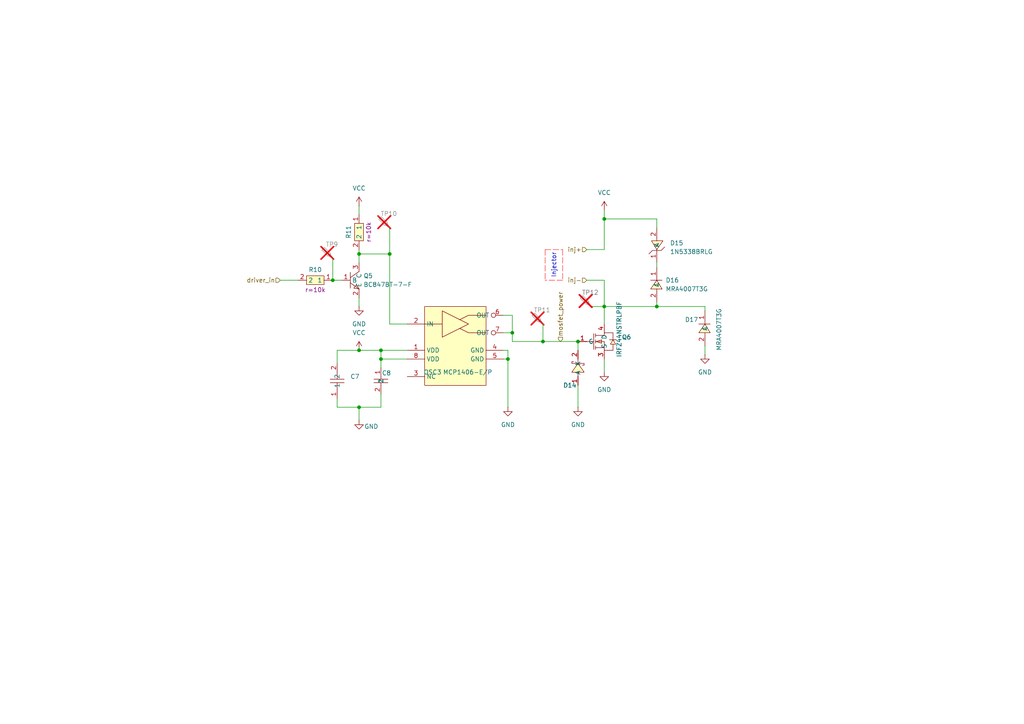
<source format=kicad_sch>
(kicad_sch (version 20250114) (generator "eeschema") (generator_version "9.0")
  (paper "A4")
  (lib_symbols
    (symbol "Connector:TestPoint_Probe" (pin_numbers (hide yes)) (pin_names (offset 0.762) (hide yes))
      (property "Reference" "TP" (at 1.651 5.842 0))
      (property "Value" "TestPoint_Probe" (at 1.651 4.064 0))
      (symbol "TestPoint_Probe_0_1"
        (polyline (pts (xy 1.27 0.762) (xy 0 0) (xy 0.762 1.27) (xy 1.27 0.762)) (fill (type outline)))
        (polyline (pts (xy 1.397 0.635) (xy 0.635 1.397) (xy 2.413 3.175) (xy 3.175 2.413) (xy 1.397 0.635)) (fill (type background)))
      )
      (symbol "TestPoint_Probe_1_1"
        (pin passive line (at 0 0 90) (length 0) (name "1") (number "1"))
      )
    )
    (symbol "EasyEDA:1N5338BRLG"
      (property "Reference" "D" (at 0 5.08 0))
      (property "Value" "1N5338BRLG" (at 0 -5.08 0))
      (symbol "1N5338BRLG_0_1"
        (polyline (pts (xy -2.54 2.29) (xy -1.52 1.27) (xy -1.52 -1.27) (xy -0.51 -2.29)))
        (polyline (pts (xy 1.27 1.52) (xy -1.27 0) (xy 1.27 -1.78) (xy 1.27 1.52)) (fill (type background)))
        (pin unspecified line (at -5.08 0 0) (length 3.81) (name "K") (number "1"))
        (pin unspecified line (at 5.08 0 180) (length 3.81) (name "A") (number "2"))
      )
    )
    (symbol "EasyEDA:B32529C0105J289"
      (property "Reference" "C" (at 0 5.08 0))
      (property "Value" "B32529C0105J289" (at 0 -5.08 0))
      (symbol "B32529C0105J289_0_1"
        (polyline (pts (xy -1.27 0) (xy -0.51 0)))
        (polyline (pts (xy -0.51 2.03) (xy -0.51 -2.03)))
        (polyline (pts (xy 0.51 2.03) (xy 0.51 -2.03)))
        (polyline (pts (xy 0.51 0) (xy 1.27 0)))
        (pin input line (at -3.81 0 0) (length 2.54) (name "1") (number "1"))
        (pin input line (at 3.81 0 180) (length 2.54) (name "2") (number "2"))
      )
    )
    (symbol "EasyEDA:BC847BT-7-F"
      (property "Reference" "Q" (at 0 10.16 0))
      (property "Value" "BC847BT-7-F" (at 0 -10.16 0))
      (symbol "BC847BT-7-F_0_1"
        (polyline (pts (xy -2.54 2.29) (xy -2.54 -2.29)))
        (polyline (pts (xy -2.54 -0.76) (xy 0 -2.54)))
        (polyline (pts (xy 0 2.54) (xy -2.54 0.76)))
        (polyline (pts (xy 0 -2.54) (xy -0.76 -1.27) (xy -1.52 -2.29) (xy 0 -2.54)) (fill (type background)))
        (pin unspecified line (at -5.08 0 0) (length 2.54) (name "B") (number "1"))
        (pin unspecified line (at 0 5.08 270) (length 2.54) (name "C") (number "3"))
        (pin unspecified line (at 0 -5.08 90) (length 2.54) (name "E") (number "2"))
      )
    )
    (symbol "EasyEDA:CC1H104MC1FD3F6C10MF"
      (property "Reference" "C" (at 0 5.08 0))
      (property "Value" "CC1H104MC1FD3F6C10MF" (at 0 -5.08 0))
      (symbol "CC1H104MC1FD3F6C10MF_0_1"
        (polyline (pts (xy -0.51 0) (xy -2.54 0)))
        (polyline (pts (xy -0.51 -2.03) (xy -0.51 2.03)))
        (polyline (pts (xy 0.51 2.03) (xy 0.51 -2.03)))
        (polyline (pts (xy 2.54 0) (xy 0.51 0)))
        (pin unspecified line (at -5.08 0 0) (length 2.54) (name "1") (number "1"))
        (pin unspecified line (at 5.08 0 180) (length 2.54) (name "2") (number "2"))
      )
    )
    (symbol "EasyEDA:CRCW060310K0FKEC"
      (property "Reference" "R" (at 0 5.08 0))
      (property "Value" "CRCW060310K0FKEC" (at 0 -5.08 0))
      (symbol "CRCW060310K0FKEC_0_1"
        (rectangle (start -2.54 1.27) (end 2.54 -1.27) (fill (type background)))
        (pin unspecified line (at -5.08 0 0) (length 2.54) (name "1") (number "1"))
        (pin unspecified line (at 5.08 0 180) (length 2.54) (name "2") (number "2"))
      )
    )
    (symbol "EasyEDA:DF2S6P2FU,H3F"
      (property "Reference" "D" (at 0 5.08 0))
      (property "Value" "DF2S6P2FU,H3F" (at 0 -5.08 0))
      (symbol "DF2S6P2FU,H3F_0_1"
        (polyline (pts (xy -1.78 1.27) (xy -1.78 1.78) (xy -1.27 1.78) (xy -1.27 -1.78) (xy -0.76 -1.78) (xy -0.76 -1.27)))
        (polyline (pts (xy -1.27 0) (xy -2.54 0)))
        (polyline (pts (xy 1.27 1.78) (xy -1.27 0) (xy 1.27 -1.78) (xy 1.27 1.78)) (fill (type background)))
        (polyline (pts (xy 2.54 0) (xy 1.27 0)))
        (pin unspecified line (at -5.08 0 0) (length 2.54) (name "K") (number "2"))
        (pin unspecified line (at 5.08 0 180) (length 2.54) (name "A") (number "1"))
      )
    )
    (symbol "EasyEDA:IRFZ44NSTRLPBF"
      (property "Reference" "Q" (at 0 10.16 0))
      (property "Value" "IRFZ44NSTRLPBF" (at 0 -10.16 0))
      (symbol "IRFZ44NSTRLPBF_0_1"
        (polyline (pts (xy -2.54 0) (xy -0.51 0)))
        (polyline (pts (xy -0.51 2.29) (xy -0.51 -2.29)))
        (polyline (pts (xy 0 2.29) (xy 0 1.27)))
        (polyline (pts (xy 0 1.78) (xy 2.54 1.78) (xy 2.54 2.54) (xy 5.08 2.54) (xy 5.08 0.51)))
        (polyline (pts (xy 0 0) (xy 2.54 0) (xy 2.54 -2.54) (xy 5.08 -2.54) (xy 5.08 -0.76)))
        (polyline (pts (xy 0 -0.51) (xy 0 0.51)))
        (polyline (pts (xy 0 -2.29) (xy 0 -1.27)))
        (polyline (pts (xy 0.25 0) (xy 1.78 -0.51) (xy 1.78 0.51) (xy 0.25 0)) (fill (type background)))
        (polyline (pts (xy 2.54 -1.78) (xy 0 -1.78)))
        (polyline (pts (xy 5.08 0.51) (xy 4.32 -0.76) (xy 5.84 -0.76) (xy 5.08 0.51)) (fill (type background)))
        (polyline (pts (xy 6.1 0.51) (xy 5.59 0.51) (xy 4.57 0.51) (xy 4.06 0.51)))
        (pin unspecified line (at -5.08 0 0) (length 2.54) (name "G") (number "1"))
        (pin unspecified line (at 2.54 5.08 270) (length 2.54) (name "D") (number "4"))
        (pin unspecified line (at 2.54 -5.08 90) (length 2.54) (name "S") (number "3"))
      )
    )
    (symbol "EasyEDA:MCP1406-E_SN"
      (property "Reference" "U" (at 0 13.97 0))
      (property "Value" "MCP1406-E/SN" (at 0 -13.97 0))
      (symbol "MCP1406-E_SN_0_1"
        (rectangle (start -8.89 11.43) (end 8.89 -11.43) (fill (type background)))
        (polyline (pts (xy -8.89 6.35) (xy -3.81 6.35)))
        (polyline (pts (xy -3.81 2.54) (xy -3.81 10.16) (xy 3.81 6.35) (xy -3.81 2.54)) (fill (type background)))
        (polyline (pts (xy 1.27 7.62) (xy 3.81 8.89) (xy 8.89 8.89)))
        (polyline (pts (xy 1.27 5.08) (xy 3.81 3.81) (xy 8.89 3.81)))
        (pin unspecified line (at -13.97 6.35 0) (length 5.08) (name "IN") (number "2"))
        (pin power_in line (at -13.97 -1.27 0) (length 5.08) (name "VDD") (number "1"))
        (pin power_in line (at -13.97 -3.81 0) (length 5.08) (name "VDD") (number "8"))
        (pin unspecified line (at -13.97 -8.89 0) (length 5.08) (name "NC") (number "3"))
        (pin output inverted (at 13.97 8.89 180) (length 3.556) (name "OUT") (number "6"))
        (pin output inverted (at 13.97 3.81 180) (length 3.556) (name "OUT") (number "7"))
        (pin power_in line (at 13.97 -1.27 180) (length 5.08) (name "GND") (number "4"))
        (pin power_in line (at 13.97 -3.81 180) (length 5.08) (name "GND") (number "5"))
      )
    )
    (symbol "EasyEDA:MRA4007T3G"
      (property "Reference" "D" (at 0 5.08 0))
      (property "Value" "MRA4007T3G" (at 0 -5.08 0))
      (symbol "MRA4007T3G_0_1"
        (polyline (pts (xy -1.27 -1.78) (xy -1.27 1.52)))
        (polyline (pts (xy 1.27 1.52) (xy -1.27 0) (xy 1.27 -1.78) (xy 1.27 1.52)) (fill (type background)))
        (pin unspecified line (at -5.08 0 0) (length 3.81) (name "C") (number "1"))
        (pin unspecified line (at 5.08 0 180) (length 3.81) (name "A") (number "2"))
      )
    )
    (symbol "power:GND" (power) (pin_numbers (hide yes)) (pin_names (offset 0) (hide yes))
      (property "Value" "GND" (at 0 -3.81 0))
      (symbol "GND_0_1"
        (polyline (pts (xy 0 0) (xy 0 -1.27) (xy 1.27 -1.27) (xy 0 -2.54) (xy -1.27 -1.27) (xy 0 -1.27)))
      )
      (symbol "GND_1_1"
        (pin power_in line (at 0 0 270) (length 0) (name "~") (number "1"))
      )
    )
    (symbol "power:VCC" (power) (pin_numbers (hide yes)) (pin_names (offset 0) (hide yes))
      (property "Value" "VCC" (at 0 3.556 0))
      (symbol "VCC_0_1"
        (polyline (pts (xy -0.762 1.27) (xy 0 2.54)))
        (polyline (pts (xy 0 2.54) (xy 0.762 1.27)))
        (polyline (pts (xy 0 0) (xy 0 2.54)))
      )
      (symbol "VCC_1_1"
        (pin power_in line (at 0 0 90) (length 0) (name "~") (number "1"))
      )
    )
  )
  (text "Injector\n" (at 160.655 76.962 90) (effects (font (size 1.27 1.27))))
  (junction (at 190.5 88.9))
  (junction (at 175.26 63.5))
  (junction (at 148.59 96.52))
  (junction (at 96.52 81.28))
  (junction (at 110.49 101.6))
  (junction (at 104.14 101.6))
  (junction (at 147.32 104.14))
  (junction (at 167.64 99.06))
  (junction (at 175.26 88.9))
  (junction (at 110.49 104.14))
  (junction (at 104.14 73.66))
  (junction (at 104.14 118.11))
  (junction (at 113.03 73.66))
  (junction (at 157.48 99.06))
  (wire (pts (xy 175.26 63.5) (xy 175.26 72.39)))
  (wire (pts (xy 146.05 101.6) (xy 147.32 101.6)))
  (wire (pts (xy 175.26 104.14) (xy 175.26 107.95)))
  (wire (pts (xy 104.14 118.11) (xy 110.49 118.11)))
  (wire (pts (xy 104.14 73.66) (xy 104.14 76.2)))
  (wire (pts (xy 113.03 66.04) (xy 113.03 73.66)))
  (wire (pts (xy 167.64 111.76) (xy 167.64 118.11)))
  (wire (pts (xy 204.47 88.9) (xy 204.47 90.17)))
  (wire (pts (xy 110.49 104.14) (xy 118.11 104.14)))
  (wire (pts (xy 204.47 100.33) (xy 204.47 102.87)))
  (wire (pts (xy 157.48 99.06) (xy 148.59 99.06)))
  (wire (pts (xy 147.32 104.14) (xy 147.32 101.6)))
  (wire (pts (xy 148.59 99.06) (xy 148.59 96.52)))
  (wire (pts (xy 96.52 81.28) (xy 99.06 81.28)))
  (polyline (pts (xy 163.195 81.28) (xy 158.115 81.28)) (stroke (width 0) (type dash) (color 255 48 44 1)))
  (wire (pts (xy 110.49 104.14) (xy 110.49 101.6)))
  (wire (pts (xy 110.49 101.6) (xy 104.14 101.6)))
  (polyline (pts (xy 158.115 72.39) (xy 158.115 81.28)) (stroke (width 0) (type dash) (color 255 48 44 1)))
  (wire (pts (xy 175.26 81.28) (xy 175.26 88.9)))
  (wire (pts (xy 113.03 73.66) (xy 113.03 93.98)))
  (wire (pts (xy 97.79 101.6) (xy 104.14 101.6)))
  (wire (pts (xy 104.14 118.11) (xy 104.14 121.92)))
  (wire (pts (xy 157.48 99.06) (xy 167.64 99.06)))
  (wire (pts (xy 110.49 118.11) (xy 110.49 114.3)))
  (wire (pts (xy 104.14 59.69) (xy 104.14 62.23)))
  (wire (pts (xy 170.18 81.28) (xy 175.26 81.28)))
  (wire (pts (xy 110.49 101.6) (xy 118.11 101.6)))
  (wire (pts (xy 148.59 91.44) (xy 146.05 91.44)))
  (wire (pts (xy 175.26 63.5) (xy 190.5 63.5)))
  (wire (pts (xy 167.64 99.06) (xy 167.64 101.6)))
  (wire (pts (xy 110.49 104.14) (xy 110.49 106.68)))
  (wire (pts (xy 81.28 81.28) (xy 86.36 81.28)))
  (wire (pts (xy 175.26 88.9) (xy 175.26 93.98)))
  (wire (pts (xy 96.52 74.93) (xy 96.52 81.28)))
  (wire (pts (xy 113.03 93.98) (xy 118.11 93.98)))
  (wire (pts (xy 146.05 104.14) (xy 147.32 104.14)))
  (wire (pts (xy 171.45 88.9) (xy 175.26 88.9)))
  (wire (pts (xy 157.48 93.98) (xy 157.48 99.06)))
  (wire (pts (xy 190.5 63.5) (xy 190.5 66.04)))
  (wire (pts (xy 175.26 88.9) (xy 190.5 88.9)))
  (polyline (pts (xy 163.195 72.39) (xy 163.195 81.28)) (stroke (width 0) (type dash) (color 255 48 44 1)))
  (wire (pts (xy 190.5 88.9) (xy 204.47 88.9)))
  (wire (pts (xy 175.26 60.96) (xy 175.26 63.5)))
  (wire (pts (xy 104.14 86.36) (xy 104.14 88.9)))
  (wire (pts (xy 104.14 73.66) (xy 113.03 73.66)))
  (wire (pts (xy 146.05 96.52) (xy 148.59 96.52)))
  (wire (pts (xy 97.79 118.11) (xy 104.14 118.11)))
  (wire (pts (xy 97.79 115.57) (xy 97.79 118.11)))
  (wire (pts (xy 170.18 72.39) (xy 175.26 72.39)))
  (wire (pts (xy 190.5 76.2) (xy 190.5 77.47)))
  (wire (pts (xy 104.14 72.39) (xy 104.14 73.66)))
  (wire (pts (xy 190.5 87.63) (xy 190.5 88.9)))
  (wire (pts (xy 148.59 96.52) (xy 148.59 91.44)))
  (wire (pts (xy 147.32 118.11) (xy 147.32 104.14)))
  (wire (pts (xy 97.79 101.6) (xy 97.79 105.41)))
  (polyline (pts (xy 158.115 72.39) (xy 163.195 72.39)) (stroke (width 0) (type dash) (color 255 48 44 1)))
  (hierarchical_label "inj-" (shape input) (at 170.18 81.28 180))
  (hierarchical_label "driver_in" (shape input) (at 81.28 81.28 180))
  (hierarchical_label "inj+" (shape input) (at 170.18 72.39 180))
  (hierarchical_label "mosfet_power" (shape input) (at 162.56 99.06 90))
  (symbol (lib_id "EasyEDA:CC1H104MC1FD3F6C10MF") (at 97.79 110.49 90) (unit 1)
    (property "Reference" "C1" (at 101.6 109.2199 90) (effects (justify right)))
    (property "Value" "CC1H104MC1FD3F6C10MF" (effects (hide yes)))
    (property "Footprint" "EasyEDA:CAP-TH_L5.0-W2.5-P5.00-D1.0" (effects (hide yes)))
    (property "Datasheet" "https://lcsc.com/product-detail/Ceramic-Disc-Capacitors_Dersonic-CC1H104MC1FD3F6C10MF_C254085.html" (effects (hide yes)))
    (property "LCSC Part" "C254085" (effects (hide yes)))
    (instances (project "injector_PH_driver" (path "" (reference "C7") (unit 1)) (path "" (reference "C4") (unit 1)) (path "" (reference "C1") (unit 1))))
  )
  (symbol (lib_id "Connector:TestPoint_Probe") (at 157.48 93.98 90) (unit 1) (exclude_from_sim yes) (in_bom no) (on_board no) (dnp yes)
    (property "Reference" "TP3" (at 157.226 89.916 90))
    (property "Value" "TestPoint_Probe" (effects (hide yes)))
    (property "Footprint" "EasyEDA:TEST-TH_BD2.54-P1.39" (effects (hide yes)))
    (property "Description" "test point (alternative probe-style design)" (effects (hide yes)))
    (instances (project "injector_PH_driver" (path "" (reference "TP11") (unit 1)) (path "" (reference "TP7") (unit 1)) (path "" (reference "TP3") (unit 1))))
  )
  (symbol (lib_id "EasyEDA:1N5338BRLG") (at 190.5 71.12 90) (unit 1)
    (property "Reference" "D5" (at 194.31 70.4849 90) (effects (justify right)))
    (property "Value" "1N5338BRLG" (at 194.31 73.0249 90) (effects (justify right)))
    (property "Footprint" "EasyEDA:DO-27_BD5.2-L8.9-P12.90-D1.5-RD" (effects (hide yes)))
    (property "Datasheet" "https://lcsc.com/product-detail/Zener-Diodes_ON_1N5338B_1N5338B_C5307.html" (effects (hide yes)))
    (property "LCSC Part" "C5307" (effects (hide yes)))
    (property "Sim.Library" "sim_lib\\1n5913.lib" (effects (hide yes)))
    (property "Sim.Name" "d1n5913brl" (effects (hide yes)))
    (property "Sim.Device" "SUBCKT" (effects (hide yes)))
    (property "Sim.Pins" "1=2 2=1" (effects (hide yes)))
    (instances (project "injector_PH_driver" (path "" (reference "D15") (unit 1)) (path "" (reference "D11") (unit 1)) (path "" (reference "D5") (unit 1))))
  )
  (symbol (lib_id "Connector:TestPoint_Probe") (at 96.52 74.93 90) (unit 1) (exclude_from_sim yes) (in_bom no) (on_board no) (dnp yes)
    (property "Reference" "TP1" (at 96.266 70.866 90))
    (property "Value" "TestPoint_Probe" (effects (hide yes)))
    (property "Footprint" "EasyEDA:TEST-TH_BD2.54-P1.39" (effects (hide yes)))
    (property "Description" "test point (alternative probe-style design)" (effects (hide yes)))
    (instances (project "injector_PH_driver" (path "" (reference "TP9") (unit 1)) (path "" (reference "TP5") (unit 1)) (path "" (reference "TP1") (unit 1))))
  )
  (symbol (lib_id "power:GND") (at 175.26 107.95 0) (unit 1)
    (property "Reference" "#PWR039" (effects (hide yes)))
    (property "Value" "GND" (at 175.26 113.03 0))
    (property "Description" "Power symbol creates a global label with name \"GND\" , ground" (effects (hide yes)))
    (instances (project "injector_PH_driver" (path "" (reference "#PWR043") (unit 1)) (path "" (reference "#PWR041") (unit 1)) (path "" (reference "#PWR039") (unit 1))))
  )
  (symbol (lib_id "power:VCC") (at 104.14 59.69 0) (unit 1)
    (property "Reference" "#PWR06" (effects (hide yes)))
    (property "Value" "VCC" (at 104.14 54.61 0))
    (property "Description" "Power symbol creates a global label with name \"VCC\"" (effects (hide yes)))
    (instances (project "injector_PH_driver" (path "" (reference "#PWR028") (unit 1)) (path "" (reference "#PWR017") (unit 1)) (path "" (reference "#PWR06") (unit 1))))
  )
  (symbol (lib_id "EasyEDA:MRA4007T3G") (at 204.47 95.25 270) (unit 1)
    (property "Reference" "D7" (at 198.628 92.71 90) (effects (justify left)))
    (property "Value" "MRA4007T3G" (at 208.534 89.408 0) (effects (justify left)))
    (property "Footprint" "EasyEDA:SMA_L4.3-W2.6-LS5.2-RD" (effects (hide yes)))
    (property "Datasheet" "https://lcsc.com/product-detail/Diodes-General-Purpose_ON_MRA4007T3G_MRA4007T3G_C47921.html" (effects (hide yes)))
    (property "LCSC Part" "C47921" (effects (hide yes)))
    (instances (project "injector_PH_driver" (path "" (reference "D17") (unit 1)) (path "" (reference "D13") (unit 1)) (path "" (reference "D7") (unit 1))))
  )
  (symbol (lib_id "power:GND") (at 147.32 118.11 0) (unit 1)
    (property "Reference" "#PWR011" (effects (hide yes)))
    (property "Value" "GND" (at 147.32 123.19 0))
    (property "Description" "Power symbol creates a global label with name \"GND\" , ground" (effects (hide yes)))
    (instances (project "injector_PH_driver" (path "" (reference "#PWR033") (unit 1)) (path "" (reference "#PWR022") (unit 1)) (path "" (reference "#PWR011") (unit 1))))
  )
  (symbol (lib_id "power:VCC") (at 175.26 60.96 0) (unit 1)
    (property "Reference" "#PWR013" (effects (hide yes)))
    (property "Value" "VCC" (at 175.26 55.88 0))
    (property "Description" "Power symbol creates a global label with name \"VCC\"" (effects (hide yes)))
    (instances (project "injector_PH_driver" (path "" (reference "#PWR035") (unit 1)) (path "" (reference "#PWR024") (unit 1)) (path "" (reference "#PWR013") (unit 1))))
  )
  (symbol (lib_id "EasyEDA:CRCW060310K0FKEC") (at 91.44 81.28 180) (unit 1)
    (property "Reference" "R1" (at 91.44 78.232 0))
    (property "Value" "${SIM.PARAMS}" (effects (hide yes)))
    (property "Footprint" "EasyEDA:R0603" (effects (hide yes)))
    (property "Description" "Resistor" (effects (hide yes)))
    (property "Sim.Device" "R" (effects (hide yes)))
    (property "Sim.Type" "=" (effects (hide yes)))
    (property "Sim.Params" "r=10k" (at 91.44 84.074 0))
    (property "Sim.Pins" "1=- 2=+" (effects (hide yes)))
    (property "LCSC Part" "C843841" (effects (hide yes)))
    (instances (project "injector_PH_driver" (path "" (reference "R10") (unit 1)) (path "" (reference "R6") (unit 1)) (path "" (reference "R1") (unit 1))))
  )
  (symbol (lib_id "EasyEDA:DF2S6P2FU,H3F") (at 167.64 106.68 90) (mirror x) (unit 1)
    (property "Reference" "D4" (at 163.322 111.76 90) (effects (justify right)))
    (property "Value" "DF2S6P2FU,H3F" (effects (hide yes)))
    (property "Footprint" "EasyEDA:USC_L1.7-W1.3-LS2.5-R-RD" (effects (hide yes)))
    (property "Datasheet" "https://lcsc.com/product-detail/TVS_STMicroelectronics_1-5KE18A_1-5KE18A_C132974.html" (effects (hide yes)))
    (property "LCSC Part" "C1974448" (effects (hide yes)))
    (property "Sim.Library" "sim_lib\\15ke18a.lib" (effects (hide yes)))
    (property "Sim.Name" "t15ke18" (effects (hide yes)))
    (property "Sim.Device" "SUBCKT" (effects (hide yes)))
    (property "Sim.Pins" "1=9 2=2" (effects (hide yes)))
    (instances (project "injector_PH_driver" (path "" (reference "D14") (unit 1)) (path "" (reference "D10") (unit 1)) (path "" (reference "D4") (unit 1))))
  )
  (symbol (lib_id "power:GND") (at 104.14 88.9 0) (unit 1)
    (property "Reference" "#PWR07" (effects (hide yes)))
    (property "Value" "GND" (at 104.14 93.98 0))
    (property "Description" "Power symbol creates a global label with name \"GND\" , ground" (effects (hide yes)))
    (instances (project "injector_PH_driver" (path "" (reference "#PWR029") (unit 1)) (path "" (reference "#PWR018") (unit 1)) (path "" (reference "#PWR07") (unit 1))))
  )
  (symbol (lib_id "power:GND") (at 104.14 121.92 0) (unit 1)
    (property "Reference" "#PWR010" (effects (hide yes)))
    (property "Value" "GND" (at 107.696 123.698 0))
    (property "Description" "Power symbol creates a global label with name \"GND\" , ground" (effects (hide yes)))
    (instances (project "injector_PH_driver" (path "" (reference "#PWR032") (unit 1)) (path "" (reference "#PWR021") (unit 1)) (path "" (reference "#PWR010") (unit 1))))
  )
  (symbol (lib_id "EasyEDA:CRCW060310K0FKEC") (at 104.14 67.31 270) (unit 1)
    (property "Reference" "R2" (at 101.092 67.31 0))
    (property "Value" "${SIM.PARAMS}" (effects (hide yes)))
    (property "Footprint" "EasyEDA:R0603" (effects (hide yes)))
    (property "Description" "Resistor" (effects (hide yes)))
    (property "Sim.Device" "R" (effects (hide yes)))
    (property "Sim.Type" "=" (effects (hide yes)))
    (property "Sim.Params" "r=10k" (at 106.934 67.31 0))
    (property "Sim.Pins" "1=- 2=+" (effects (hide yes)))
    (property "LCSC Part" "C843841" (effects (hide yes)))
    (instances (project "injector_PH_driver" (path "" (reference "R11") (unit 1)) (path "" (reference "R7") (unit 1)) (path "" (reference "R2") (unit 1))))
  )
  (symbol (lib_id "Connector:TestPoint_Probe") (at 171.45 88.9 90) (unit 1) (exclude_from_sim yes) (in_bom no) (on_board no) (dnp yes)
    (property "Reference" "TP4" (at 171.196 84.836 90))
    (property "Value" "TestPoint_Probe" (effects (hide yes)))
    (property "Footprint" "EasyEDA:TEST-TH_BD2.54-P1.39" (effects (hide yes)))
    (property "Description" "test point (alternative probe-style design)" (effects (hide yes)))
    (instances (project "injector_PH_driver" (path "" (reference "TP12") (unit 1)) (path "" (reference "TP8") (unit 1)) (path "" (reference "TP4") (unit 1))))
  )
  (symbol (lib_id "power:GND") (at 167.64 118.11 0) (unit 1)
    (property "Reference" "#PWR014" (effects (hide yes)))
    (property "Value" "GND" (at 167.64 123.19 0))
    (property "Description" "Power symbol creates a global label with name \"GND\" , ground" (effects (hide yes)))
    (instances (project "injector_PH_driver" (path "" (reference "#PWR036") (unit 1)) (path "" (reference "#PWR025") (unit 1)) (path "" (reference "#PWR014") (unit 1))))
  )
  (symbol (lib_id "power:GND") (at 204.47 102.87 0) (unit 1)
    (property "Reference" "#PWR016" (effects (hide yes)))
    (property "Value" "GND" (at 204.47 107.95 0))
    (property "Description" "Power symbol creates a global label with name \"GND\" , ground" (effects (hide yes)))
    (instances (project "injector_PH_driver" (path "" (reference "#PWR038") (unit 1)) (path "" (reference "#PWR027") (unit 1)) (path "" (reference "#PWR016") (unit 1))))
  )
  (symbol (lib_id "Connector:TestPoint_Probe") (at 113.03 66.04 90) (unit 1) (exclude_from_sim yes) (in_bom no) (on_board no) (dnp yes)
    (property "Reference" "TP2" (at 112.776 61.976 90))
    (property "Value" "TestPoint_Probe" (effects (hide yes)))
    (property "Footprint" "EasyEDA:TEST-TH_BD2.54-P1.39" (effects (hide yes)))
    (property "Description" "test point (alternative probe-style design)" (effects (hide yes)))
    (instances (project "injector_PH_driver" (path "" (reference "TP10") (unit 1)) (path "" (reference "TP6") (unit 1)) (path "" (reference "TP2") (unit 1))))
  )
  (symbol (lib_id "EasyEDA:IRFZ44NSTRLPBF") (at 172.72 99.06 0) (unit 1)
    (property "Reference" "Q2" (at 180.34 97.7899 0) (effects (justify left)))
    (property "Value" "IRFZ44NSTRLPBF" (at 179.578 103.632 90) (effects (justify left)))
    (property "Footprint" "EasyEDA:TO-263-2_L10.0-W9.1-P5.08-LS15.2-TL" (effects (hide yes)))
    (property "Datasheet" "https://lcsc.com/product-detail/MOSFET_IR_IRFZ44NSTRLPBF_IRFZ44NSTRLPBF_C58228.html" (effects (hide yes)))
    (property "LCSC Part" "C58228" (effects (hide yes)))
    (instances (project "injector_PH_driver" (path "" (reference "Q6") (unit 1)) (path "" (reference "Q4") (unit 1)) (path "" (reference "Q2") (unit 1))))
  )
  (symbol (lib_id "EasyEDA:BC847BT-7-F") (at 104.14 81.28 0) (unit 1)
    (property "Reference" "Q1" (at 105.41 80.0099 0) (effects (justify left)))
    (property "Value" "BC847BT-7-F" (at 105.41 82.5499 0) (effects (justify left)))
    (property "Footprint" "EasyEDA:SOT-523-3_L1.6-W0.8-P1.00-LS1.6-BR" (effects (hide yes)))
    (property "Datasheet" "https://lcsc.com/product-detail/Transistors-NPN-PNP_DIODES_BC847BT-7-F_BC847BT-7-F_C156332.html" (effects (hide yes)))
    (property "LCSC Part" "C156332" (effects (hide yes)))
    (property "Sim.Library" "sim_lib\\BC547B.LIB" (effects (hide yes)))
    (property "Sim.Name" "Qbc547b" (effects (hide yes)))
    (property "Sim.Device" "NPN" (effects (hide yes)))
    (property "Sim.Type" "GUMMELPOON" (effects (hide yes)))
    (property "Sim.Pins" "1=C 2=B 3=E" (effects (hide yes)))
    (instances (project "injector_PH_driver" (path "" (reference "Q5") (unit 1)) (path "" (reference "Q3") (unit 1)) (path "" (reference "Q1") (unit 1))))
  )
  (symbol (lib_id "EasyEDA:MCP1406-E_SN") (at 132.08 100.33 0) (unit 1)
    (property "Reference" "OSC1" (at 125.476 107.95 0))
    (property "Value" "MCP1406-E/P" (at 135.636 107.95 0))
    (property "Footprint" "EasyEDA:SOIC-8_L4.9-W3.9-P1.27-LS6.0-BL" (effects (hide yes)))
    (property "Datasheet" "https://lcsc.com/product-detail/MOS-Drivers_MICROCHIP_MCP1406-E-SN_MCP1406-E-SN_C145607.html" (effects (hide yes)))
    (property "LCSC Part" "C145607" (effects (hide yes)))
    (instances (project "injector_PH_driver" (path "" (reference "OSC3") (unit 1)) (path "" (reference "OSC2") (unit 1)) (path "" (reference "OSC1") (unit 1))))
  )
  (symbol (lib_id "EasyEDA:B32529C0105J289") (at 110.49 110.49 270) (unit 1)
    (property "Reference" "C2" (at 110.744 108.204 90) (effects (justify left)))
    (property "Value" "B32529C0105J289" (effects (hide yes)))
    (property "Footprint" "EasyEDA:CAP-TH_L7.3-W4.5-P5.00-D0.5" (effects (hide yes)))
    (property "Datasheet" "https://lcsc.com/product-detail/Suppression-Capacitors_TDK_B32529C0105J289_MKT-1uF-5-63V_C125386.html" (effects (hide yes)))
    (property "LCSC Part" "C125386" (effects (hide yes)))
    (instances (project "injector_PH_driver" (path "" (reference "C8") (unit 1)) (path "" (reference "C5") (unit 1)) (path "" (reference "C2") (unit 1))))
  )
  (symbol (lib_id "EasyEDA:MRA4007T3G") (at 190.5 82.55 270) (unit 1)
    (property "Reference" "D6" (at 193.04 81.2799 90) (effects (justify left)))
    (property "Value" "MRA4007T3G" (at 193.04 83.8199 90) (effects (justify left)))
    (property "Footprint" "EasyEDA:SMA_L4.3-W2.6-LS5.2-RD" (effects (hide yes)))
    (property "Datasheet" "https://lcsc.com/product-detail/Diodes-General-Purpose_ON_MRA4007T3G_MRA4007T3G_C47921.html" (effects (hide yes)))
    (property "LCSC Part" "C47921" (effects (hide yes)))
    (instances (project "injector_PH_driver" (path "" (reference "D16") (unit 1)) (path "" (reference "D12") (unit 1)) (path "" (reference "D6") (unit 1))))
  )
  (symbol (lib_id "power:VCC") (at 104.14 101.6 0) (unit 1)
    (property "Reference" "#PWR09" (effects (hide yes)))
    (property "Value" "VCC" (at 104.14 96.52 0))
    (property "Description" "Power symbol creates a global label with name \"VCC\"" (effects (hide yes)))
    (instances (project "injector_PH_driver" (path "" (reference "#PWR031") (unit 1)) (path "" (reference "#PWR020") (unit 1)) (path "" (reference "#PWR09") (unit 1))))
  )
)
</source>
